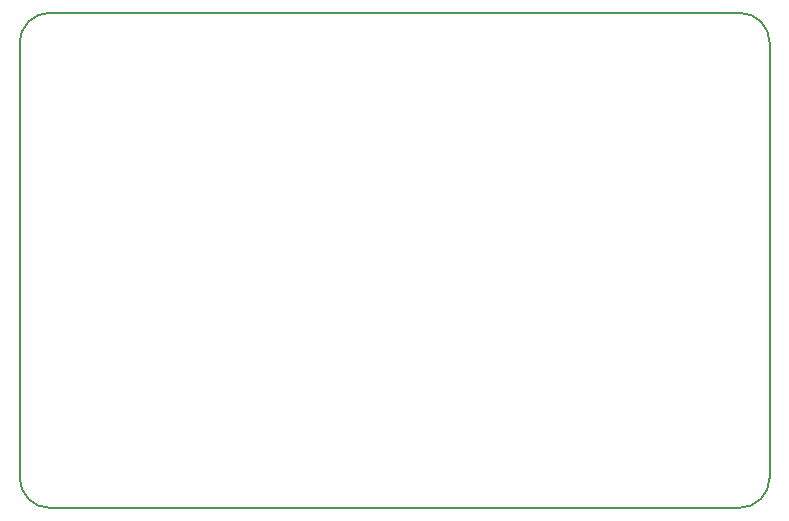
<source format=gko>
G04 DipTrace 3.0.0.0*
G04 Teensy-Arbotix-mini.gko*
%MOIN*%
G04 #@! TF.FileFunction,Profile*
G04 #@! TF.Part,Single*
%ADD11C,0.005512*%
%FSLAX26Y26*%
G04*
G70*
G90*
G75*
G01*
G04 BoardOutline*
%LPD*%
X493701Y393701D2*
D11*
X2793701D1*
G03X2893701Y493701I2J99998D01*
G01*
Y1943701D1*
G03X2793701Y2043701I-99998J2D01*
G01*
X493701D1*
G03X393701Y1943701I-2J-99998D01*
G01*
Y493701D1*
G03X493701Y393701I99998J-2D01*
G01*
M02*

</source>
